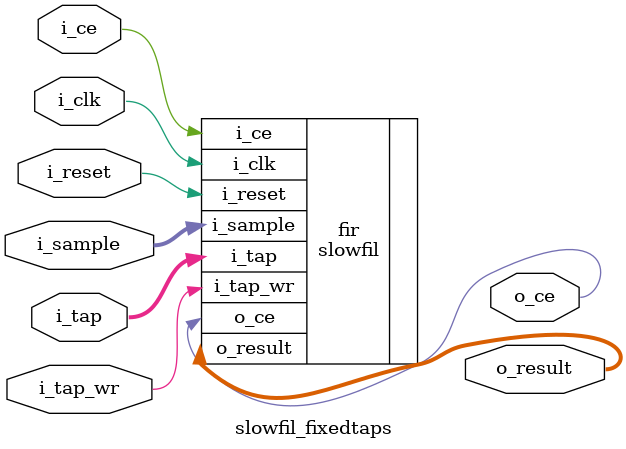
<source format=v>
module  slowfil_fixedtaps(i_clk, i_reset, i_tap_wr, i_tap, i_ce, i_sample, o_ce, o_result);
`ifdef	FORMAL
	parameter		NTAPS=16, IW=9, TW=IW, OW=2*IW+5;
`else
	parameter		NTAPS=128, IW=12, TW=IW, OW=2*IW+7;
`endif
	parameter [0:0]		FIXED_TAPS=0;
	input	wire			i_clk, i_reset;
	//
	input	wire			i_tap_wr;	// Ignored if FIXED_TAPS
	input	wire	[(TW-1):0]	i_tap;		// Ignored if FIXED_TAPS
	//
	input	wire			i_ce;
	input	wire	[(IW-1):0]	i_sample;
	output	wire	          	o_ce;
	output	wire	[(OW-1):0]	o_result;

	slowfil #(.FIXED_TAPS(1), .NTAPS(NTAPS), .IW(IW), .INITIAL_COEFFS("taps.hex")) fir (.i_clk(i_clk), .i_reset(i_reset), .i_tap_wr(i_tap_wr), .i_tap(i_tap), .i_ce(i_ce), .i_sample(i_sample), .o_ce(o_ce), .o_result(o_result));
endmodule

`include "slowfil.vh"

</source>
